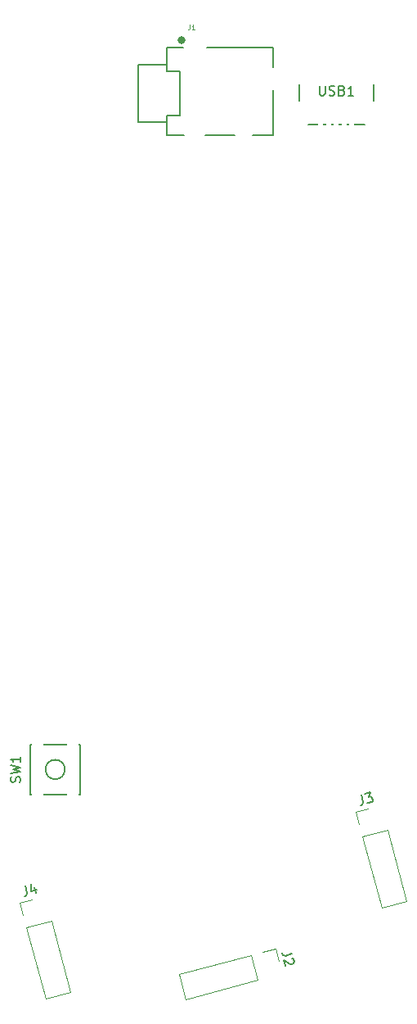
<source format=gto>
G04 #@! TF.GenerationSoftware,KiCad,Pcbnew,(5.1.4)-1*
G04 #@! TF.CreationDate,2022-01-24T16:56:21-05:00*
G04 #@! TF.ProjectId,a44key-pcb,6134346b-6579-42d7-9063-622e6b696361,rev?*
G04 #@! TF.SameCoordinates,Original*
G04 #@! TF.FileFunction,Legend,Top*
G04 #@! TF.FilePolarity,Positive*
%FSLAX46Y46*%
G04 Gerber Fmt 4.6, Leading zero omitted, Abs format (unit mm)*
G04 Created by KiCad (PCBNEW (5.1.4)-1) date 2022-01-24 16:56:21*
%MOMM*%
%LPD*%
G04 APERTURE LIST*
%ADD10C,0.120000*%
%ADD11C,0.150000*%
%ADD12C,0.127000*%
%ADD13C,0.400000*%
%ADD14C,0.120150*%
%ADD15C,2.102000*%
%ADD16C,4.089800*%
%ADD17O,2.277000X1.852000*%
%ADD18C,2.352000*%
%ADD19C,2.352000*%
%ADD20O,5.202000X1.602000*%
%ADD21O,0.602000X4.202000*%
%ADD22O,5.202000X0.602000*%
%ADD23C,1.402000*%
%ADD24C,0.602000*%
%ADD25C,0.602000*%
%ADD26C,1.602000*%
%ADD27C,1.602000*%
%ADD28C,1.852000*%
%ADD29C,1.852000*%
%ADD30C,1.802000*%
%ADD31C,1.802000*%
%ADD32C,0.100000*%
%ADD33O,1.802000X2.802000*%
%ADD34R,0.602000X2.352000*%
%ADD35R,1.202000X1.902000*%
%ADD36R,1.752000X1.752000*%
%ADD37C,1.752000*%
%ADD38C,1.202000*%
G04 APERTURE END LIST*
D10*
X84985089Y-138251548D02*
X86269771Y-137907319D01*
X85329319Y-139536229D02*
X84985089Y-138251548D01*
X85658019Y-140762955D02*
X88227382Y-140074496D01*
X88227382Y-140074496D02*
X90215112Y-147492807D01*
X85658019Y-140762955D02*
X87645749Y-148181265D01*
X87645749Y-148181265D02*
X90215112Y-147492807D01*
X119783089Y-128853548D02*
X121067771Y-128509319D01*
X120127319Y-130138229D02*
X119783089Y-128853548D01*
X120456019Y-131364955D02*
X123025382Y-130676496D01*
X123025382Y-130676496D02*
X125013112Y-138094807D01*
X120456019Y-131364955D02*
X122443749Y-138783265D01*
X122443749Y-138783265D02*
X125013112Y-138094807D01*
X111424807Y-142956888D02*
X111769036Y-144241570D01*
X110140126Y-143301118D02*
X111424807Y-142956888D01*
X108913400Y-143629818D02*
X109601859Y-146199181D01*
X109601859Y-146199181D02*
X102183548Y-148186911D01*
X108913400Y-143629818D02*
X101495090Y-145617548D01*
X101495090Y-145617548D02*
X102183548Y-148186911D01*
D11*
X121612000Y-52324000D02*
X121612000Y-57774000D01*
X113912000Y-52324000D02*
X113912000Y-57774000D01*
X121612000Y-57774000D02*
X113912000Y-57774000D01*
X91246000Y-121860000D02*
X91246000Y-127060000D01*
X91246000Y-127060000D02*
X86046000Y-127060000D01*
X86046000Y-127060000D02*
X86046000Y-121860000D01*
X86046000Y-121860000D02*
X91246000Y-121860000D01*
X89646000Y-124460000D02*
G75*
G03X89646000Y-124460000I-1000000J0D01*
G01*
D12*
X101924000Y-49884000D02*
X100224000Y-49884000D01*
X100224000Y-49884000D02*
X100224000Y-51584000D01*
X100224000Y-51584000D02*
X100224000Y-52334000D01*
X100224000Y-52334000D02*
X101524000Y-52334000D01*
X101524000Y-52334000D02*
X101524000Y-56834000D01*
X101524000Y-56834000D02*
X100224000Y-56834000D01*
X100224000Y-56834000D02*
X100224000Y-57584000D01*
X100224000Y-57584000D02*
X100224000Y-58884000D01*
X100224000Y-58884000D02*
X101974000Y-58884000D01*
X100224000Y-57584000D02*
X97224000Y-57584000D01*
X97224000Y-57584000D02*
X97224000Y-51584000D01*
X97224000Y-51584000D02*
X100224000Y-51584000D01*
X104324000Y-49884000D02*
X111224000Y-49884000D01*
X111224000Y-49884000D02*
X111224000Y-51884000D01*
X111224000Y-54234000D02*
X111224000Y-58884000D01*
X111224000Y-58884000D02*
X109124000Y-58884000D01*
X107224000Y-58884000D02*
X104174000Y-58884000D01*
D13*
X101924000Y-49084000D02*
G75*
G03X101924000Y-49084000I-200000J0D01*
G01*
D11*
X85547242Y-136498706D02*
X85732113Y-137188653D01*
X85723090Y-137338967D01*
X85655747Y-137455610D01*
X85530082Y-137538580D01*
X85438089Y-137563230D01*
X86507448Y-136586512D02*
X86679994Y-137230462D01*
X86178868Y-136280164D02*
X86133756Y-137031734D01*
X86731710Y-136871513D01*
X120345242Y-127100706D02*
X120530113Y-127790653D01*
X120521090Y-127940967D01*
X120453747Y-128057610D01*
X120328082Y-128140580D01*
X120236089Y-128165230D01*
X120713214Y-127002108D02*
X121311168Y-126841887D01*
X121087790Y-127296132D01*
X121225780Y-127259158D01*
X121330097Y-127280505D01*
X121388419Y-127314176D01*
X121459064Y-127393845D01*
X121520688Y-127623827D01*
X121499341Y-127728145D01*
X121465669Y-127786466D01*
X121386001Y-127857112D01*
X121110022Y-127931060D01*
X121005705Y-127909713D01*
X120947383Y-127876041D01*
X113177648Y-143519041D02*
X112487701Y-143703912D01*
X112337387Y-143694889D01*
X112220744Y-143627546D01*
X112137774Y-143501881D01*
X112113124Y-143409888D01*
X113196577Y-143957659D02*
X113254899Y-143991330D01*
X113325544Y-144070999D01*
X113387168Y-144300981D01*
X113365821Y-144405299D01*
X113332149Y-144463620D01*
X113252481Y-144534266D01*
X113160488Y-144558915D01*
X113010174Y-144549893D01*
X112310320Y-144145832D01*
X112470541Y-144743786D01*
X116023904Y-53808380D02*
X116023904Y-54617904D01*
X116071523Y-54713142D01*
X116119142Y-54760761D01*
X116214380Y-54808380D01*
X116404857Y-54808380D01*
X116500095Y-54760761D01*
X116547714Y-54713142D01*
X116595333Y-54617904D01*
X116595333Y-53808380D01*
X117023904Y-54760761D02*
X117166761Y-54808380D01*
X117404857Y-54808380D01*
X117500095Y-54760761D01*
X117547714Y-54713142D01*
X117595333Y-54617904D01*
X117595333Y-54522666D01*
X117547714Y-54427428D01*
X117500095Y-54379809D01*
X117404857Y-54332190D01*
X117214380Y-54284571D01*
X117119142Y-54236952D01*
X117071523Y-54189333D01*
X117023904Y-54094095D01*
X117023904Y-53998857D01*
X117071523Y-53903619D01*
X117119142Y-53856000D01*
X117214380Y-53808380D01*
X117452476Y-53808380D01*
X117595333Y-53856000D01*
X118357238Y-54284571D02*
X118500095Y-54332190D01*
X118547714Y-54379809D01*
X118595333Y-54475047D01*
X118595333Y-54617904D01*
X118547714Y-54713142D01*
X118500095Y-54760761D01*
X118404857Y-54808380D01*
X118023904Y-54808380D01*
X118023904Y-53808380D01*
X118357238Y-53808380D01*
X118452476Y-53856000D01*
X118500095Y-53903619D01*
X118547714Y-53998857D01*
X118547714Y-54094095D01*
X118500095Y-54189333D01*
X118452476Y-54236952D01*
X118357238Y-54284571D01*
X118023904Y-54284571D01*
X119547714Y-54808380D02*
X118976285Y-54808380D01*
X119262000Y-54808380D02*
X119262000Y-53808380D01*
X119166761Y-53951238D01*
X119071523Y-54046476D01*
X118976285Y-54094095D01*
X84986761Y-125793333D02*
X85034380Y-125650476D01*
X85034380Y-125412380D01*
X84986761Y-125317142D01*
X84939142Y-125269523D01*
X84843904Y-125221904D01*
X84748666Y-125221904D01*
X84653428Y-125269523D01*
X84605809Y-125317142D01*
X84558190Y-125412380D01*
X84510571Y-125602857D01*
X84462952Y-125698095D01*
X84415333Y-125745714D01*
X84320095Y-125793333D01*
X84224857Y-125793333D01*
X84129619Y-125745714D01*
X84082000Y-125698095D01*
X84034380Y-125602857D01*
X84034380Y-125364761D01*
X84082000Y-125221904D01*
X84034380Y-124888571D02*
X85034380Y-124650476D01*
X84320095Y-124460000D01*
X85034380Y-124269523D01*
X84034380Y-124031428D01*
X85034380Y-123126666D02*
X85034380Y-123698095D01*
X85034380Y-123412380D02*
X84034380Y-123412380D01*
X84177238Y-123507619D01*
X84272476Y-123602857D01*
X84320095Y-123698095D01*
D14*
X102584097Y-47507545D02*
X102584097Y-47850829D01*
X102561212Y-47919486D01*
X102515440Y-47965257D01*
X102446783Y-47988143D01*
X102401012Y-47988143D01*
X103064695Y-47988143D02*
X102790068Y-47988143D01*
X102927381Y-47988143D02*
X102927381Y-47507545D01*
X102881610Y-47576202D01*
X102835839Y-47621973D01*
X102790068Y-47644859D01*
D11*
%LPC*%
D15*
X113982500Y-88080000D03*
X118982500Y-90180001D03*
D16*
X113982500Y-93980000D03*
D17*
X108707500Y-93980000D03*
X119257500Y-93980000D03*
D18*
X116507500Y-89130000D03*
D19*
X116487729Y-89420016D02*
X116527271Y-88839984D01*
D18*
X110832500Y-90705000D03*
D19*
X110177505Y-91435004D02*
X111487495Y-89974996D01*
D20*
X113967500Y-95785000D03*
D21*
X112067500Y-94885000D03*
D22*
X113967500Y-93085000D03*
X113967500Y-96685000D03*
D21*
X116267500Y-94885000D03*
X115872500Y-94884160D03*
X111667500Y-94885000D03*
D23*
X110553500Y-96012000D03*
D15*
X190182500Y-102367500D03*
X195182500Y-104467501D03*
D16*
X190182500Y-108267500D03*
D17*
X184907500Y-108267500D03*
X195457500Y-108267500D03*
D18*
X192707500Y-103417500D03*
D19*
X192687729Y-103707516D02*
X192727271Y-103127484D01*
D18*
X187032500Y-104992500D03*
D19*
X186377505Y-105722504D02*
X187687495Y-104262496D01*
D20*
X190167500Y-110072500D03*
D21*
X188267500Y-109172500D03*
D22*
X190167500Y-107372500D03*
X190167500Y-110972500D03*
D21*
X192467500Y-109172500D03*
X192072500Y-109171660D03*
X187867500Y-109172500D03*
D23*
X186753500Y-110299500D03*
D15*
X190182500Y-83317500D03*
X195182500Y-85417501D03*
D16*
X190182500Y-89217500D03*
D17*
X184907500Y-89217500D03*
X195457500Y-89217500D03*
D18*
X192707500Y-84367500D03*
D19*
X192687729Y-84657516D02*
X192727271Y-84077484D01*
D18*
X187032500Y-85942500D03*
D19*
X186377505Y-86672504D02*
X187687495Y-85212496D01*
D20*
X190167500Y-91022500D03*
D21*
X188267500Y-90122500D03*
D22*
X190167500Y-88322500D03*
X190167500Y-91922500D03*
D21*
X192467500Y-90122500D03*
X192072500Y-90121660D03*
X187867500Y-90122500D03*
D23*
X186753500Y-91249500D03*
X117086239Y-132247126D03*
D24*
X116301887Y-133624049D03*
D25*
X116767761Y-135362715D02*
X115836013Y-131885383D01*
D24*
X112240386Y-134713195D03*
D25*
X112706260Y-136451861D02*
X111774512Y-132974529D01*
D24*
X111858628Y-134814617D03*
D25*
X112324502Y-136553283D02*
X111392754Y-133075951D01*
D24*
X113614383Y-132480666D03*
D25*
X115836012Y-131885382D02*
X111392754Y-133075950D01*
D24*
X114546132Y-135957999D03*
D25*
X116767761Y-135362715D02*
X112324503Y-136553283D01*
D24*
X115915517Y-133727577D03*
D25*
X116381391Y-135466243D02*
X115449643Y-131988911D01*
D26*
X113847321Y-133350000D03*
D27*
X115585987Y-132884126D02*
X112108655Y-133815874D01*
D18*
X118190299Y-137445505D03*
D19*
X118634037Y-136570850D02*
X117746561Y-138320160D01*
D18*
X113116310Y-140435636D03*
D19*
X113060346Y-140150385D02*
X113172274Y-140720887D01*
D28*
X109204741Y-136462648D03*
D29*
X109410000Y-136407649D02*
X108999482Y-136517647D01*
D28*
X119395259Y-133732108D03*
D29*
X119600518Y-133677109D02*
X119190000Y-133787107D01*
D16*
X114300000Y-135097378D03*
D15*
X110453883Y-140061990D03*
X115827032Y-140796340D03*
D30*
X88586201Y-146552355D03*
D31*
X88586201Y-146552355D02*
X88586201Y-146552355D01*
D30*
X87928801Y-144098903D03*
D31*
X87928801Y-144098903D02*
X87928801Y-144098903D01*
D30*
X87271400Y-141645452D03*
D31*
X87271400Y-141645452D02*
X87271400Y-141645452D01*
D30*
X86614000Y-139192000D03*
D32*
G36*
X85976897Y-140295495D02*
G01*
X85510505Y-138554897D01*
X87251103Y-138088505D01*
X87717495Y-139829103D01*
X85976897Y-140295495D01*
X85976897Y-140295495D01*
G37*
D30*
X123384201Y-137154355D03*
D31*
X123384201Y-137154355D02*
X123384201Y-137154355D01*
D30*
X122726801Y-134700903D03*
D31*
X122726801Y-134700903D02*
X122726801Y-134700903D01*
D30*
X122069400Y-132247452D03*
D31*
X122069400Y-132247452D02*
X122069400Y-132247452D01*
D30*
X121412000Y-129794000D03*
D32*
G36*
X120774897Y-130897495D02*
G01*
X120308505Y-129156897D01*
X122049103Y-128690505D01*
X122515495Y-130431103D01*
X120774897Y-130897495D01*
X120774897Y-130897495D01*
G37*
D30*
X103124000Y-146558000D03*
D31*
X103124000Y-146558000D02*
X103124000Y-146558000D01*
D30*
X105577452Y-145900600D03*
D31*
X105577452Y-145900600D02*
X105577452Y-145900600D01*
D30*
X108030903Y-145243199D03*
D31*
X108030903Y-145243199D02*
X108030903Y-145243199D01*
D30*
X110484355Y-144585799D03*
D32*
G36*
X109380860Y-143948696D02*
G01*
X111121458Y-143482304D01*
X111587850Y-145222902D01*
X109847252Y-145689294D01*
X109380860Y-143948696D01*
X109380860Y-143948696D01*
G37*
D33*
X121412000Y-52324000D03*
X114112000Y-52324000D03*
X114112000Y-56824000D03*
X121412000Y-56824000D03*
D34*
X119362000Y-56824000D03*
X118562000Y-56824000D03*
X117762000Y-56824000D03*
X116962000Y-56824000D03*
X116162000Y-56824000D03*
D35*
X86796000Y-121360000D03*
X90496000Y-127560000D03*
X90496000Y-121360000D03*
X86796000Y-127560000D03*
D15*
X94935521Y-102401723D03*
X99935521Y-104501724D03*
D16*
X94935521Y-108301723D03*
D17*
X89660521Y-108301723D03*
X100210521Y-108301723D03*
D18*
X97460521Y-103451723D03*
D19*
X97440750Y-103741739D02*
X97480292Y-103161707D01*
D18*
X91785521Y-105026723D03*
D19*
X91130526Y-105756727D02*
X92440516Y-104296719D01*
D20*
X94920521Y-110106723D03*
D21*
X93020521Y-109206723D03*
D22*
X94920521Y-107406723D03*
X94920521Y-111006723D03*
D21*
X97220521Y-109206723D03*
X96825521Y-109205883D03*
X92620521Y-109206723D03*
D23*
X91506521Y-110333723D03*
D36*
X103124000Y-49784000D03*
D37*
X108124000Y-58184000D03*
X111224000Y-52984000D03*
X103124000Y-59084000D03*
D38*
X103124000Y-54584000D03*
X108124000Y-54584000D03*
D15*
X133032500Y-56330000D03*
X138032500Y-58430001D03*
D16*
X133032500Y-62230000D03*
D17*
X127757500Y-62230000D03*
X138307500Y-62230000D03*
D18*
X135557500Y-57380000D03*
D19*
X135537729Y-57670016D02*
X135577271Y-57089984D01*
D18*
X129882500Y-58955000D03*
D19*
X129227505Y-59685004D02*
X130537495Y-58224996D01*
D20*
X133017500Y-64035000D03*
D21*
X131117500Y-63135000D03*
D22*
X133017500Y-61335000D03*
X133017500Y-64935000D03*
D21*
X135317500Y-63135000D03*
X134922500Y-63134160D03*
X130717500Y-63135000D03*
D23*
X129603500Y-64262000D03*
X98251447Y-137326790D03*
D24*
X97467095Y-138703713D03*
D25*
X97932969Y-140442379D02*
X97001221Y-136965047D01*
D24*
X93405594Y-139792859D03*
D25*
X93871468Y-141531525D02*
X92939720Y-138054193D01*
D24*
X93023836Y-139894281D03*
D25*
X93489710Y-141632947D02*
X92557962Y-138155615D01*
D24*
X94779591Y-137560330D03*
D25*
X97001220Y-136965046D02*
X92557962Y-138155614D01*
D24*
X95711340Y-141037663D03*
D25*
X97932969Y-140442379D02*
X93489711Y-141632947D01*
D24*
X97080725Y-138807241D03*
D25*
X97546599Y-140545907D02*
X96614851Y-137068575D01*
D26*
X95012529Y-138429664D03*
D27*
X96751195Y-137963790D02*
X93273863Y-138895538D01*
D18*
X99355507Y-142525169D03*
D19*
X99799245Y-141650514D02*
X98911769Y-143399824D01*
D18*
X94281518Y-145515300D03*
D19*
X94225554Y-145230049D02*
X94337482Y-145800551D01*
D28*
X90369949Y-141542312D03*
D29*
X90575208Y-141487313D02*
X90164690Y-141597311D01*
D28*
X100560467Y-138811772D03*
D29*
X100765726Y-138756773D02*
X100355208Y-138866771D01*
D16*
X95465208Y-140177042D03*
D15*
X91619091Y-145141654D03*
X96992240Y-145876004D03*
X190182500Y-64267500D03*
X195182500Y-66367501D03*
D16*
X190182500Y-70167500D03*
D17*
X184907500Y-70167500D03*
X195457500Y-70167500D03*
D18*
X192707500Y-65317500D03*
D19*
X192687729Y-65607516D02*
X192727271Y-65027484D01*
D18*
X187032500Y-66892500D03*
D19*
X186377505Y-67622504D02*
X187687495Y-66162496D01*
D20*
X190167500Y-71972500D03*
D21*
X188267500Y-71072500D03*
D22*
X190167500Y-69272500D03*
X190167500Y-72872500D03*
D21*
X192467500Y-71072500D03*
X192072500Y-71071660D03*
X187867500Y-71072500D03*
D23*
X186753500Y-72199500D03*
D15*
X171132500Y-105542500D03*
X176132500Y-107642501D03*
D16*
X171132500Y-111442500D03*
D17*
X165857500Y-111442500D03*
X176407500Y-111442500D03*
D18*
X173657500Y-106592500D03*
D19*
X173637729Y-106882516D02*
X173677271Y-106302484D01*
D18*
X167982500Y-108167500D03*
D19*
X167327505Y-108897504D02*
X168637495Y-107437496D01*
D20*
X171117500Y-113247500D03*
D21*
X169217500Y-112347500D03*
D22*
X171117500Y-110547500D03*
X171117500Y-114147500D03*
D21*
X173417500Y-112347500D03*
X173022500Y-112346660D03*
X168817500Y-112347500D03*
D23*
X167703500Y-113474500D03*
D15*
X171132500Y-86492500D03*
X176132500Y-88592501D03*
D16*
X171132500Y-92392500D03*
D17*
X165857500Y-92392500D03*
X176407500Y-92392500D03*
D18*
X173657500Y-87542500D03*
D19*
X173637729Y-87832516D02*
X173677271Y-87252484D01*
D18*
X167982500Y-89117500D03*
D19*
X167327505Y-89847504D02*
X168637495Y-88387496D01*
D20*
X171117500Y-94197500D03*
D21*
X169217500Y-93297500D03*
D22*
X171117500Y-91497500D03*
X171117500Y-95097500D03*
D21*
X173417500Y-93297500D03*
X173022500Y-93296660D03*
X168817500Y-93297500D03*
D23*
X167703500Y-94424500D03*
D15*
X171132500Y-67442500D03*
X176132500Y-69542501D03*
D16*
X171132500Y-73342500D03*
D17*
X165857500Y-73342500D03*
X176407500Y-73342500D03*
D18*
X173657500Y-68492500D03*
D19*
X173637729Y-68782516D02*
X173677271Y-68202484D01*
D18*
X167982500Y-70067500D03*
D19*
X167327505Y-70797504D02*
X168637495Y-69337496D01*
D20*
X171117500Y-75147500D03*
D21*
X169217500Y-74247500D03*
D22*
X171117500Y-72447500D03*
X171117500Y-76047500D03*
D21*
X173417500Y-74247500D03*
X173022500Y-74246660D03*
X168817500Y-74247500D03*
D23*
X167703500Y-75374500D03*
D15*
X152082500Y-118242500D03*
X157082500Y-120342501D03*
D16*
X152082500Y-124142500D03*
D17*
X146807500Y-124142500D03*
X157357500Y-124142500D03*
D18*
X154607500Y-119292500D03*
D19*
X154587729Y-119582516D02*
X154627271Y-119002484D01*
D18*
X148932500Y-120867500D03*
D19*
X148277505Y-121597504D02*
X149587495Y-120137496D01*
D20*
X152067500Y-125947500D03*
D21*
X150167500Y-125047500D03*
D22*
X152067500Y-123247500D03*
X152067500Y-126847500D03*
D21*
X154367500Y-125047500D03*
X153972500Y-125046660D03*
X149767500Y-125047500D03*
D23*
X148653500Y-126174500D03*
D15*
X152082500Y-99192500D03*
X157082500Y-101292501D03*
D16*
X152082500Y-105092500D03*
D17*
X146807500Y-105092500D03*
X157357500Y-105092500D03*
D18*
X154607500Y-100242500D03*
D19*
X154587729Y-100532516D02*
X154627271Y-99952484D01*
D18*
X148932500Y-101817500D03*
D19*
X148277505Y-102547504D02*
X149587495Y-101087496D01*
D20*
X152067500Y-106897500D03*
D21*
X150167500Y-105997500D03*
D22*
X152067500Y-104197500D03*
X152067500Y-107797500D03*
D21*
X154367500Y-105997500D03*
X153972500Y-105996660D03*
X149767500Y-105997500D03*
D23*
X148653500Y-107124500D03*
D15*
X152082500Y-80142500D03*
X157082500Y-82242501D03*
D16*
X152082500Y-86042500D03*
D17*
X146807500Y-86042500D03*
X157357500Y-86042500D03*
D18*
X154607500Y-81192500D03*
D19*
X154587729Y-81482516D02*
X154627271Y-80902484D01*
D18*
X148932500Y-82767500D03*
D19*
X148277505Y-83497504D02*
X149587495Y-82037496D01*
D20*
X152067500Y-87847500D03*
D21*
X150167500Y-86947500D03*
D22*
X152067500Y-85147500D03*
X152067500Y-88747500D03*
D21*
X154367500Y-86947500D03*
X153972500Y-86946660D03*
X149767500Y-86947500D03*
D23*
X148653500Y-88074500D03*
D15*
X152082500Y-61092500D03*
X157082500Y-63192501D03*
D16*
X152082500Y-66992500D03*
D17*
X146807500Y-66992500D03*
X157357500Y-66992500D03*
D18*
X154607500Y-62142500D03*
D19*
X154587729Y-62432516D02*
X154627271Y-61852484D01*
D18*
X148932500Y-63717500D03*
D19*
X148277505Y-64447504D02*
X149587495Y-62987496D01*
D20*
X152067500Y-68797500D03*
D21*
X150167500Y-67897500D03*
D22*
X152067500Y-66097500D03*
X152067500Y-69697500D03*
D21*
X154367500Y-67897500D03*
X153972500Y-67896660D03*
X149767500Y-67897500D03*
D23*
X148653500Y-69024500D03*
D15*
X133032500Y-113480000D03*
X138032500Y-115580001D03*
D16*
X133032500Y-119380000D03*
D17*
X127757500Y-119380000D03*
X138307500Y-119380000D03*
D18*
X135557500Y-114530000D03*
D19*
X135537729Y-114820016D02*
X135577271Y-114239984D01*
D18*
X129882500Y-116105000D03*
D19*
X129227505Y-116835004D02*
X130537495Y-115374996D01*
D20*
X133017500Y-121185000D03*
D21*
X131117500Y-120285000D03*
D22*
X133017500Y-118485000D03*
X133017500Y-122085000D03*
D21*
X135317500Y-120285000D03*
X134922500Y-120284160D03*
X130717500Y-120285000D03*
D23*
X129603500Y-121412000D03*
D15*
X133032500Y-94430000D03*
X138032500Y-96530001D03*
D16*
X133032500Y-100330000D03*
D17*
X127757500Y-100330000D03*
X138307500Y-100330000D03*
D18*
X135557500Y-95480000D03*
D19*
X135537729Y-95770016D02*
X135577271Y-95189984D01*
D18*
X129882500Y-97055000D03*
D19*
X129227505Y-97785004D02*
X130537495Y-96324996D01*
D20*
X133017500Y-102135000D03*
D21*
X131117500Y-101235000D03*
D22*
X133017500Y-99435000D03*
X133017500Y-103035000D03*
D21*
X135317500Y-101235000D03*
X134922500Y-101234160D03*
X130717500Y-101235000D03*
D23*
X129603500Y-102362000D03*
D15*
X133032500Y-75380000D03*
X138032500Y-77480001D03*
D16*
X133032500Y-81280000D03*
D17*
X127757500Y-81280000D03*
X138307500Y-81280000D03*
D18*
X135557500Y-76430000D03*
D19*
X135537729Y-76720016D02*
X135577271Y-76139984D01*
D18*
X129882500Y-78005000D03*
D19*
X129227505Y-78735004D02*
X130537495Y-77274996D01*
D20*
X133017500Y-83085000D03*
D21*
X131117500Y-82185000D03*
D22*
X133017500Y-80385000D03*
X133017500Y-83985000D03*
D21*
X135317500Y-82185000D03*
X134922500Y-82184160D03*
X130717500Y-82185000D03*
D23*
X129603500Y-83312000D03*
D15*
X113982500Y-107130000D03*
X118982500Y-109230001D03*
D16*
X113982500Y-113030000D03*
D17*
X108707500Y-113030000D03*
X119257500Y-113030000D03*
D18*
X116507500Y-108180000D03*
D19*
X116487729Y-108470016D02*
X116527271Y-107889984D01*
D18*
X110832500Y-109755000D03*
D19*
X110177505Y-110485004D02*
X111487495Y-109024996D01*
D20*
X113967500Y-114835000D03*
D21*
X112067500Y-113935000D03*
D22*
X113967500Y-112135000D03*
X113967500Y-115735000D03*
D21*
X116267500Y-113935000D03*
X115872500Y-113934160D03*
X111667500Y-113935000D03*
D23*
X110553500Y-115062000D03*
D15*
X113982500Y-69030000D03*
X118982500Y-71130001D03*
D16*
X113982500Y-74930000D03*
D17*
X108707500Y-74930000D03*
X119257500Y-74930000D03*
D18*
X116507500Y-70080000D03*
D19*
X116487729Y-70370016D02*
X116527271Y-69789984D01*
D18*
X110832500Y-71655000D03*
D19*
X110177505Y-72385004D02*
X111487495Y-70924996D01*
D20*
X113967500Y-76735000D03*
D21*
X112067500Y-75835000D03*
D22*
X113967500Y-74035000D03*
X113967500Y-77635000D03*
D21*
X116267500Y-75835000D03*
X115872500Y-75834160D03*
X111667500Y-75835000D03*
D23*
X110553500Y-76962000D03*
D15*
X94932500Y-83317500D03*
X99932500Y-85417501D03*
D16*
X94932500Y-89217500D03*
D17*
X89657500Y-89217500D03*
X100207500Y-89217500D03*
D18*
X97457500Y-84367500D03*
D19*
X97437729Y-84657516D02*
X97477271Y-84077484D01*
D18*
X91782500Y-85942500D03*
D19*
X91127505Y-86672504D02*
X92437495Y-85212496D01*
D20*
X94917500Y-91022500D03*
D21*
X93017500Y-90122500D03*
D22*
X94917500Y-88322500D03*
X94917500Y-91922500D03*
D21*
X97217500Y-90122500D03*
X96822500Y-90121660D03*
X92617500Y-90122500D03*
D23*
X91503500Y-91249500D03*
D15*
X94932500Y-64267500D03*
X99932500Y-66367501D03*
D16*
X94932500Y-70167500D03*
D17*
X89657500Y-70167500D03*
X100207500Y-70167500D03*
D18*
X97457500Y-65317500D03*
D19*
X97437729Y-65607516D02*
X97477271Y-65027484D01*
D18*
X91782500Y-66892500D03*
D19*
X91127505Y-67622504D02*
X92437495Y-66162496D01*
D20*
X94917500Y-71972500D03*
D21*
X93017500Y-71072500D03*
D22*
X94917500Y-69272500D03*
X94917500Y-72872500D03*
D21*
X97217500Y-71072500D03*
X96822500Y-71071660D03*
X92617500Y-71072500D03*
D23*
X91503500Y-72199500D03*
M02*

</source>
